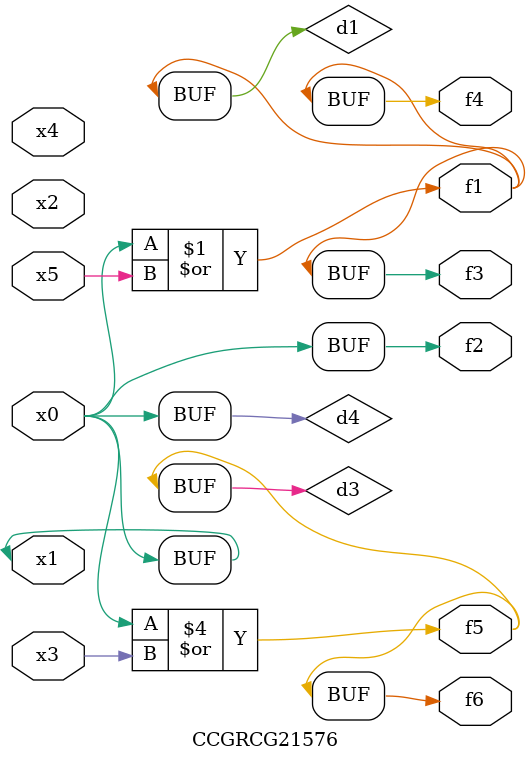
<source format=v>
module CCGRCG21576(
	input x0, x1, x2, x3, x4, x5,
	output f1, f2, f3, f4, f5, f6
);

	wire d1, d2, d3, d4;

	or (d1, x0, x5);
	xnor (d2, x1, x4);
	or (d3, x0, x3);
	buf (d4, x0, x1);
	assign f1 = d1;
	assign f2 = d4;
	assign f3 = d1;
	assign f4 = d1;
	assign f5 = d3;
	assign f6 = d3;
endmodule

</source>
